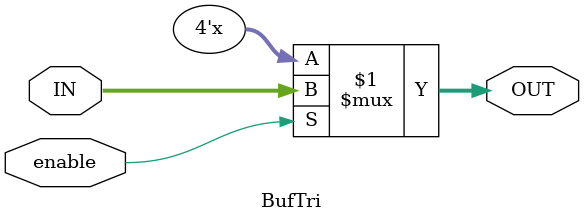
<source format=v>


module BufTri(input wire enable, input wire [3:0]IN, output wire [3:0]OUT);
	assign OUT = enable ? IN : 4'bz;
endmodule

</source>
